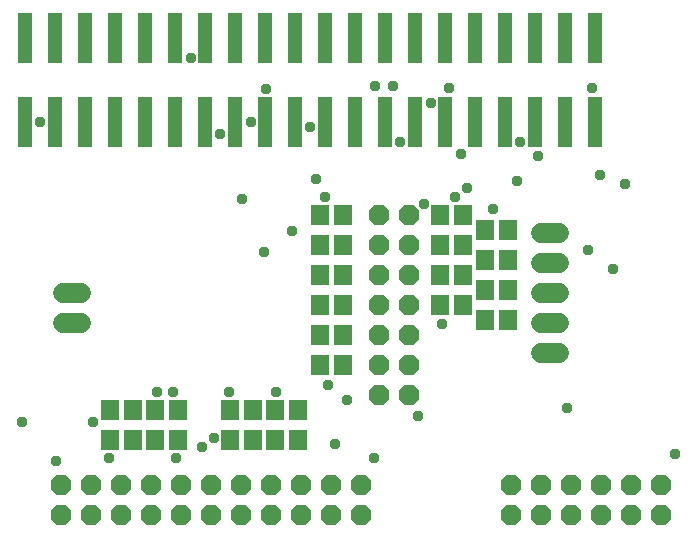
<source format=gbr>
G04 EAGLE Gerber RS-274X export*
G75*
%MOMM*%
%FSLAX34Y34*%
%LPD*%
%INSoldermask Bottom*%
%IPPOS*%
%AMOC8*
5,1,8,0,0,1.08239X$1,22.5*%
G01*
%ADD10C,1.727200*%
%ADD11P,1.869504X8X22.500000*%
%ADD12P,1.869504X8X202.500000*%
%ADD13P,1.869504X8X292.500000*%
%ADD14R,1.193800X4.343400*%
%ADD15R,1.503200X1.803200*%
%ADD16C,0.959600*%


D10*
X520700Y365760D02*
X535940Y365760D01*
X535940Y340360D02*
X520700Y340360D01*
X520700Y314960D02*
X535940Y314960D01*
X535940Y289560D02*
X520700Y289560D01*
X520700Y264160D02*
X535940Y264160D01*
X130810Y314960D02*
X115570Y314960D01*
X115570Y289560D02*
X130810Y289560D01*
D11*
X571500Y127000D03*
X596900Y127000D03*
X622300Y127000D03*
X571500Y152400D03*
X596900Y152400D03*
X622300Y152400D03*
D12*
X546100Y127000D03*
X520700Y127000D03*
X495300Y127000D03*
X546100Y152400D03*
X520700Y152400D03*
X495300Y152400D03*
X215900Y127000D03*
X190500Y127000D03*
X165100Y127000D03*
X139700Y127000D03*
X114300Y127000D03*
X215900Y152400D03*
X190500Y152400D03*
X165100Y152400D03*
X139700Y152400D03*
X114300Y152400D03*
D13*
X383540Y381000D03*
X408940Y381000D03*
X383540Y355600D03*
X408940Y355600D03*
X383540Y330200D03*
X408940Y330200D03*
X383540Y304800D03*
X408940Y304800D03*
X383540Y279400D03*
X408940Y279400D03*
X383540Y254000D03*
X408940Y254000D03*
X383540Y228600D03*
X408940Y228600D03*
D12*
X292100Y127000D03*
X266700Y127000D03*
X241300Y127000D03*
X292100Y152400D03*
X266700Y152400D03*
X241300Y152400D03*
D11*
X317500Y127000D03*
X342900Y127000D03*
X368300Y127000D03*
X317500Y152400D03*
X342900Y152400D03*
X368300Y152400D03*
D14*
X83820Y530987D03*
X83820Y459613D03*
X109220Y530987D03*
X109220Y459613D03*
X134620Y530987D03*
X134620Y459613D03*
X160020Y530987D03*
X160020Y459613D03*
X185420Y530987D03*
X185420Y459613D03*
X210820Y530987D03*
X210820Y459613D03*
X236220Y530987D03*
X236220Y459613D03*
X261620Y530987D03*
X261620Y459613D03*
X287020Y530987D03*
X287020Y459613D03*
X312420Y530987D03*
X312420Y459613D03*
X337820Y530987D03*
X337820Y459613D03*
X363220Y530987D03*
X363220Y459613D03*
X388620Y530987D03*
X388620Y459613D03*
X414020Y530987D03*
X414020Y459613D03*
X439420Y530987D03*
X439420Y459613D03*
X464820Y530987D03*
X464820Y459613D03*
X490220Y530987D03*
X490220Y459613D03*
X515620Y530987D03*
X515620Y459613D03*
X541020Y530987D03*
X541020Y459613D03*
X566420Y530987D03*
X566420Y459613D03*
D15*
X492100Y368300D03*
X473100Y368300D03*
X492100Y342900D03*
X473100Y342900D03*
X492100Y317500D03*
X473100Y317500D03*
X492100Y292100D03*
X473100Y292100D03*
X257200Y215900D03*
X276200Y215900D03*
X257200Y190500D03*
X276200Y190500D03*
X314300Y190500D03*
X295300Y190500D03*
X295300Y215900D03*
X314300Y215900D03*
X212700Y215900D03*
X193700Y215900D03*
X212700Y190500D03*
X193700Y190500D03*
X155600Y190500D03*
X174600Y190500D03*
X155600Y215900D03*
X174600Y215900D03*
X352400Y355600D03*
X333400Y355600D03*
X352400Y330200D03*
X333400Y330200D03*
X352400Y304800D03*
X333400Y304800D03*
X352400Y279400D03*
X333400Y279400D03*
X352400Y254000D03*
X333400Y254000D03*
X435000Y304800D03*
X454000Y304800D03*
X435000Y330200D03*
X454000Y330200D03*
X435000Y355600D03*
X454000Y355600D03*
X352400Y381000D03*
X333400Y381000D03*
X435000Y381000D03*
X454000Y381000D03*
D16*
X81250Y206250D03*
X141250Y206250D03*
X155000Y175000D03*
X110000Y172500D03*
X211250Y175000D03*
X325000Y455990D03*
X633750Y178750D03*
X591250Y407500D03*
X223750Y513750D03*
X208750Y231250D03*
X421250Y390000D03*
X380000Y490000D03*
X457500Y403750D03*
X452500Y432500D03*
X395000Y490000D03*
X309900Y367640D03*
X330000Y411330D03*
X401250Y442500D03*
X427500Y476250D03*
X542500Y217500D03*
X500000Y410000D03*
X563750Y488750D03*
X581250Y335000D03*
X356290Y224860D03*
X416250Y211250D03*
X480000Y386250D03*
X436250Y288750D03*
X442500Y488750D03*
X96250Y460000D03*
X275000Y460000D03*
X296250Y231250D03*
X340140Y237480D03*
X195000Y231250D03*
X447500Y396250D03*
X337500Y396250D03*
X570000Y415000D03*
X502500Y442500D03*
X560000Y351250D03*
X517500Y431250D03*
X286250Y349800D03*
X248750Y450000D03*
X243750Y192500D03*
X256250Y231250D03*
X233750Y185000D03*
X346250Y187500D03*
X378810Y175080D03*
X287500Y487500D03*
X267500Y395000D03*
M02*

</source>
